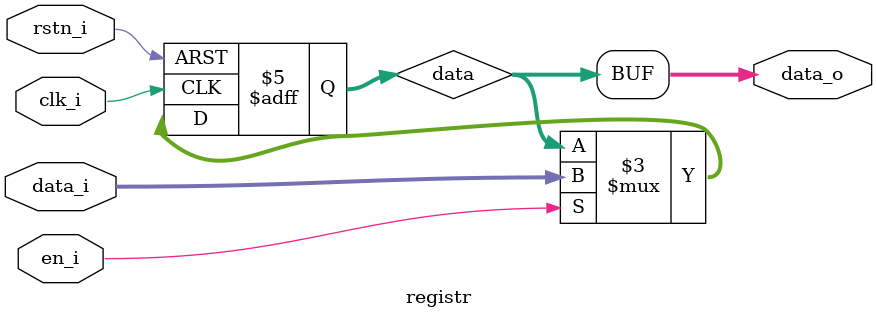
<source format=v>
`timescale 1ns / 1ps

module registr(
  input        clk_i ,
  input        rstn_i ,
  input        en_i,
  input  [9:0] data_i,
  output [9:0] data_o 
  );
  
  reg [9:0] data;
  
  always@( posedge clk_i or negedge rstn_i ) begin
    if ( !rstn_i ) 
      data <= 0;
    else if ( en_i )
      data <= data_i;
  end
  
  assign data_o = data;
  
endmodule

</source>
